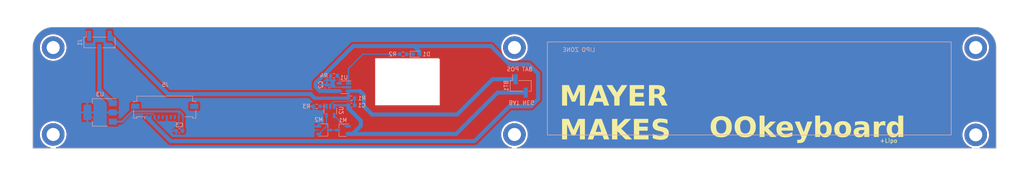
<source format=kicad_pcb>
(kicad_pcb (version 20221018) (generator pcbnew)
  (layers (0 "F.Cu" signal) (31 "B.Cu" signal) (34 "B.Paste" user) (35 "F.Paste" user) (36 "B.SilkS" user "B.Silkscreen") (37 "F.SilkS" user "F.Silkscreen") (38 "B.Mask" user) (39 "F.Mask" user) (44 "Edge.Cuts" user))
  (net 0 "")
  (net 1 "Net-(BT1-+)")
  (net 2 "/bat-")
  (net 3 "Net-(U2-VDD)")
  (net 4 "GND")
  (net 5 "+3V3")
  (net 6 "Net-(D1-K)")
  (net 8 "HV_CHR")
  (net 9 "/D-")
  (net 10 "/D+")
  (net 11 "/TX")
  (net 12 "/RX")
  (net 13 "/VBUS")
  (net 14 "/DO")
  (net 15 "Net-(M1-D)")
  (net 16 "/CO")
  (net 17 "Net-(U1-STAT)")
  (net 18 "Net-(U2-VM)")
  (net 19 "Net-(U1-PROG)")
  (footprint "MountingHole:MountingHole_3.2mm_M3_DIN965_Pad" (layer "F.Cu") (at 267.945001 27.564999)
    (fp_text reference "H5" hide)
    (fp_text value "MountingHole_Pad")
    (pad "1" thru_hole circle (at 0 0) (size 5.6 5.6) (drill 3.2) (layers "*.Cu" "*.Mask") (net 4 "GND"))
  )
  (footprint "MountingHole:MountingHole_3.2mm_M3_DIN965_Pad" (layer "F.Cu") (at 39.345001 49.154999)
    (fp_text reference "H2" hide)
    (fp_text value "MountingHole_Pad")
    (pad "1" thru_hole circle (at 0 0) (size 5.6 5.6) (drill 3.2) (layers "*.Cu" "*.Mask") (net 4 "GND"))
  )
  (footprint "" (layer "F.Cu") (at 153.645001 49.154999)
    (fp_text reference "" (at 0 0) (layer "F.SilkS") (effects (font (size 1.27 1.27))))
    (fp_text value "" (at 0 0) (layer "F.SilkS") (effects (font (size 1.27 1.27))))
    (pad "1" thru_hole circle locked (at 0 0) (size 5.6 5.6) (drill 3.2) (layers "*.Cu" "*.Mask"))
  )
  (footprint "MountingHole:MountingHole_3.2mm_M3_DIN965_Pad" (layer "F.Cu") (at 153.645001 49.154999)
    (fp_text reference "H4" hide)
    (fp_text value "MountingHole_Pad")
    (pad "1" thru_hole circle (at 0 0) (size 5.6 5.6) (drill 3.2) (layers "*.Cu" "*.Mask") (net 4 "GND"))
  )
  (footprint "" (layer "F.Cu") (at 39.345001 27.564999)
    (fp_text reference "" (at 0 0) (layer "F.SilkS") (effects (font (size 1.27 1.27))))
    (fp_text value "" (at 0 0) (layer "F.SilkS") (effects (font (size 1.27 1.27))))
    (pad "1" thru_hole circle locked (at 0 0) (size 5.6 5.6) (drill 3.2) (layers "*.Cu" "*.Mask"))
  )
  (footprint "" (layer "F.Cu") (at 267.945001 27.564999)
    (fp_text reference "" (at 0 0) (layer "F.SilkS") (effects (font (size 1.27 1.27))))
    (fp_text value "" (at 0 0) (layer "F.SilkS") (effects (font (size 1.27 1.27))))
    (pad "1" thru_hole circle locked (at 0 0) (size 5.6 5.6) (drill 3.2) (layers "*.Cu" "*.Mask"))
  )
  (footprint "MountingHole:MountingHole_3.2mm_M3_DIN965_Pad" (layer "F.Cu") (at 39.345001 27.564999)
    (fp_text reference "H1" hide)
    (fp_text value "MountingHole_Pad")
    (pad "1" thru_hole circle (at 0 0) (size 5.6 5.6) (drill 3.2) (layers "*.Cu" "*.Mask") (net 4 "GND"))
  )
  (footprint "MountingHole:MountingHole_3.2mm_M3_DIN965_Pad" (layer "F.Cu") (at 267.945001 49.249999)
    (fp_text reference "H6" hide)
    (fp_text value "MountingHole_Pad")
    (pad "1" thru_hole circle (at 0 0) (size 5.6 5.6) (drill 3.2) (layers "*.Cu" "*.Mask") (net 4 "GND"))
  )
  (footprint "MountingHole:MountingHole_3.2mm_M3_DIN965_Pad" (layer "F.Cu") (at 153.645001 27.564999)
    (fp_text reference "H3" hide)
    (fp_text value "MountingHole_Pad")
    (pad "1" thru_hole circle (at 0 0) (size 5.6 5.6) (drill 3.2) (layers "*.Cu" "*.Mask") (net 4 "GND"))
  )
  (footprint "" (layer "F.Cu") (at 39.345001 49.154999)
    (fp_text reference "" (at 0 0) (layer "F.SilkS") (effects (font (size 1.27 1.27))))
    (fp_text value "" (at 0 0) (layer "F.SilkS") (effects (font (size 1.27 1.27))))
    (pad "1" thru_hole circle locked (at 0 0) (size 5.6 5.6) (drill 3.2) (layers "*.Cu" "*.Mask"))
  )
  (footprint "" (layer "F.Cu") (at 267.945001 49.249999)
    (fp_text reference "" (at 0 0) (layer "F.SilkS") (effects (font (size 1.27 1.27))))
    (fp_text value "" (at 0 0) (layer "F.SilkS") (effects (font (size 1.27 1.27))))
    (pad "1" thru_hole circle locked (at 0 0) (size 5.6 5.6) (drill 3.2) (layers "*.Cu" "*.Mask"))
  )
  (footprint "" (layer "F.Cu") (at 153.645001 27.564999)
    (fp_text reference "" (at 0 0) (layer "F.SilkS") (effects (font (size 1.27 1.27))))
    (fp_text value "" (at 0 0) (layer "F.SilkS") (effects (font (size 1.27 1.27))))
    (pad "1" thru_hole circle locked (at 0 0) (size 5.6 5.6) (drill 3.2) (layers "*.Cu" "*.Mask"))
  )
  (footprint "Connector_FFC-FPC:Molex_200528-0100_1x10-1MP_P1.00mm_Horizontal" (layer "B.Cu") (at 66.99 43.94)
    (fp_text reference "J5" (at 0.14 -7.17) (layer "B.SilkS") (effects (justify mirror)))
    (fp_text value "10x1mm FFC/FPC")
    (fp_line (start -7.71 -3) (end -6.91 -3) (stroke (width 0.12)) (layer "B.SilkS"))
    (fp_line (start -7.71 -2.7) (end -7.71 -3) (stroke (width 0.12)) (layer "B.SilkS"))
    (fp_line (start -7.71 1.17) (end -7.71 -0.88) (stroke (width 0.12)) (layer "B.SilkS"))
    (fp_line (start -6.94 0.82) (end -6.94 1.17) (stroke (width 0.12)) (layer "B.SilkS"))
    (fp_line (start -6.94 1.17) (end -7.71 1.17) (stroke (width 0.12)) (layer "B.SilkS"))
    (fp_line (start -6.91 -4.3) (end 6.91 -4.3) (stroke (width 0.12)) (layer "B.SilkS"))
    (fp_line (start -6.91 -3) (end -6.91 -4.3) (stroke (width 0.12)) (layer "B.SilkS"))
    (fp_line (start -4.96 0.82) (end -6.94 0.82) (stroke (width 0.12)) (layer "B.SilkS"))
    (fp_line (start -4.96 1.41) (end -4.96 0.82) (stroke (width 0.12)) (layer "B.SilkS"))
    (fp_line (start 6.91 -4.3) (end 6.91 -3) (stroke (width 0.12)) (layer "B.SilkS"))
    (fp_line (start 6.91 -3) (end 7.71 -3) (stroke (width 0.12)) (layer "B.SilkS"))
    (fp_line (start 6.94 0.82) (end 4.96 0.82) (stroke (width 0.12)) (layer "B.SilkS"))
    (fp_line (start 6.94 1.17) (end 6.94 0.82) (stroke (width 0.12)) (layer "B.SilkS"))
    (fp_line (start 7.71 -3) (end 7.71 -2.7) (stroke (width 0.12)) (layer "B.SilkS"))
    (fp_line (start 7.71 -0.88) (end 7.71 1.17) (stroke (width 0.12)) (layer "B.SilkS"))
    (fp_line (start 7.71 1.17) (end 6.94 1.17) (stroke (width 0.12)) (layer "B.SilkS"))
    (pad "1" smd rect (at -4.5 0.91) (size 0.4 1) (layers "B.Cu" "B.Paste" "B.Mask") (net 13 "/VBUS"))
    (pad "2" smd rect (at -3.5 0.91) (size 0.4 1) (layers "B.Cu" "B.Paste" "B.Mask") (net 13 "/VBUS"))
    (pad "3" smd rect (at -2.5 0.91) (size 0.4 1) (layers "B.Cu" "B.Paste" "B.Mask") (net 4 "GND"))
    (pad "4" smd rect (at -1.5 0.91) (size 0.4 1) (layers "B.Cu" "B.Paste" "B.Mask") (net 12 "/RX"))
    (pad "5" smd rect (at -0.5 0.91) (size 0.4 1) (layers "B.Cu" "B.Paste" "B.Mask") (net 11 "/TX"))
    (pad "6" smd rect (at 0.5 0.91) (size 0.4 1) (layers "B.Cu" "B.Paste" "B.Mask") (net 4 "GND"))
    (pad "7" smd rect (at 1.5 0.91) (size 0.4 1) (layers "B.Cu" "B.Paste" "B.Mask") (net 10 "/D+"))
    (pad "8" smd rect (at 2.5 0.91) (size 0.4 1) (layers "B.Cu" "B.Paste" "B.Mask") (net 9 "/D-"))
    (pad "9" smd rect (at 3.5 0.91) (size 0.4 1) (layers "B.Cu" "B.Paste" "B.Mask") (net 5 "+3V3"))
    (pad "10" smd rect (at 4.5 0.91) (size 0.4 1) (layers "B.Cu" "B.Paste" "B.Mask") (net 5 "+3V3"))
    (pad "MP" smd rect (at -7.3 -1.79) (size 2 1.3) (layers "B.Cu" "B.Paste" "B.Mask"))
    (pad "MP" smd rect (at 7.3 -1.79) (size 2 1.3) (layers "B.Cu" "B.Paste" "B.Mask"))
  )
  (footprint "Resistor_SMD:R_0603_1608Metric" (layer "B.Cu") (at 104.648 42.164 180)
    (fp_text reference "R3" (at 2.54 0) (layer "B.SilkS") (effects (justify mirror)))
    (fp_text value "2k7")
    (fp_line (start -0.237258 -0.5225) (end 0.237258 -0.5225) (stroke (width 0.12)) (layer "B.SilkS"))
    (fp_line (start -0.237258 0.5225) (end 0.237258 0.5225) (stroke (width 0.12)) (layer "B.SilkS"))
    (pad "1" smd roundrect (at -0.825 0 180) (size 0.8 0.95) (layers "B.Cu" "B.Paste" "B.Mask") (net 18 "Net-(U2-VM)"))
    (pad "2" smd roundrect (at 0.825 0 180) (size 0.8 0.95) (layers "B.Cu" "B.Paste" "B.Mask") (net 4 "GND"))
  )
  (footprint "Package_TO_SOT_SMD:SOT-23-5" (layer "B.Cu") (at 111.3845 37.415 180)
    (fp_text reference "U1" (at 0 2.4) (layer "B.SilkS") (effects (justify mirror)))
    (fp_text value "MCP73831-2-OT")
    (fp_line (start 0 -1.56) (end -0.8 -1.56) (stroke (width 0.12)) (layer "B.SilkS"))
    (fp_line (start 0 -1.56) (end 0.8 -1.56) (stroke (width 0.12)) (layer "B.SilkS"))
    (fp_line (start 0 1.56) (end -1.8 1.56) (stroke (width 0.12)) (layer "B.SilkS"))
    (fp_line (start 0 1.56) (end 0.8 1.56) (stroke (width 0.12)) (layer "B.SilkS"))
    (pad "1" smd roundrect (at -1.1375 0.95 180) (size 1.325 0.6) (layers "B.Cu" "B.Paste" "B.Mask") (net 17 "Net-(U1-STAT)"))
    (pad "2" smd roundrect (at -1.1375 0 180) (size 1.325 0.6) (layers "B.Cu" "B.Paste" "B.Mask") (net 4 "GND"))
    (pad "3" smd roundrect (at -1.1375 -0.95 180) (size 1.325 0.6) (layers "B.Cu" "B.Paste" "B.Mask") (net 1 "Net-(BT1-+)"))
    (pad "4" smd roundrect (at 1.1375 -0.95 180) (size 1.325 0.6) (layers "B.Cu" "B.Paste" "B.Mask") (net 13 "/VBUS"))
    (pad "5" smd roundrect (at 1.1375 0.95 180) (size 1.325 0.6) (layers "B.Cu" "B.Paste" "B.Mask") (net 19 "Net-(U1-PROG)"))
  )
  (footprint "Package_TO_SOT_SMD:SOT-23-5" (layer "B.Cu") (at 108.016 43.3125 -90)
    (fp_text reference "U2" (at -0.1325 -2.728 90) (layer "B.SilkS") (effects (justify mirror)))
    (fp_text value "AP9101CK")
    (fp_line (start 0 -1.56) (end -0.8 -1.56) (stroke (width 0.12)) (layer "B.SilkS"))
    (fp_line (start 0 -1.56) (end 0.8 -1.56) (stroke (width 0.12)) (layer "B.SilkS"))
    (fp_line (start 0 1.56) (end -1.8 1.56) (stroke (width 0.12)) (layer "B.SilkS"))
    (fp_line (start 0 1.56) (end 0.8 1.56) (stroke (width 0.12)) (layer "B.SilkS"))
    (pad "1" smd roundrect (at -1.1375 0.95 270) (size 1.325 0.6) (layers "B.Cu" "B.Paste" "B.Mask") (net 18 "Net-(U2-VM)"))
    (pad "2" smd roundrect (at -1.1375 0 270) (size 1.325 0.6) (layers "B.Cu" "B.Paste" "B.Mask") (net 3 "Net-(U2-VDD)"))
    (pad "3" smd roundrect (at -1.1375 -0.95 270) (size 1.325 0.6) (layers "B.Cu" "B.Paste" "B.Mask") (net 2 "/bat-"))
    (pad "4" smd roundrect (at 1.1375 -0.95 270) (size 1.325 0.6) (layers "B.Cu" "B.Paste" "B.Mask") (net 14 "/DO"))
    (pad "5" smd roundrect (at 1.1375 0.95 270) (size 1.325 0.6) (layers "B.Cu" "B.Paste" "B.Mask") (net 16 "/CO"))
  )
  (footprint "Resistor_SMD:R_0603_1608Metric" (layer "B.Cu") (at 113.221 40.143 180)
    (fp_text reference "R1" (at -2.603 0) (layer "B.SilkS") (effects (justify mirror)))
    (fp_text value "330")
    (fp_line (start -0.237258 -0.5225) (end 0.237258 -0.5225) (stroke (width 0.12)) (layer "B.SilkS"))
    (fp_line (start -0.237258 0.5225) (end 0.237258 0.5225) (stroke (width 0.12)) (layer "B.SilkS"))
    (pad "1" smd roundrect (at -0.825 0 180) (size 0.8 0.95) (layers "B.Cu" "B.Paste" "B.Mask") (net 3 "Net-(U2-VDD)"))
    (pad "2" smd roundrect (at 0.825 0 180) (size 0.8 0.95) (layers "B.Cu" "B.Paste" "B.Mask") (net 1 "Net-(BT1-+)"))
  )
  (footprint "Capacitor_SMD:C_0603_1608Metric" (layer "B.Cu") (at 70.612 48.26 180)
    (fp_text reference "C3" (at 0 1.43) (layer "B.SilkS") (effects (justify mirror)))
    (fp_text value "0.1uF")
    (fp_line (start -0.14058 -0.51) (end 0.14058 -0.51) (stroke (width 0.12)) (layer "B.SilkS"))
    (fp_line (start -0.14058 0.51) (end 0.14058 0.51) (stroke (width 0.12)) (layer "B.SilkS"))
    (pad "1" smd roundrect (at -0.775 0 180) (size 0.9 0.95) (layers "B.Cu" "B.Paste" "B.Mask") (net 5 "+3V3"))
    (pad "2" smd roundrect (at 0.775 0 180) (size 0.9 0.95) (layers "B.Cu" "B.Paste" "B.Mask") (net 4 "GND"))
  )
  (footprint "Package_TO_SOT_SMD:TSOT-23" (layer "B.Cu") (at 111.118 48.071998 180)
    (fp_text reference "M1" (at 0 2.45) (layer "B.SilkS") (effects (justify mirror)))
    (fp_text value "DMG6968U-7_single")
    (fp_line (start 0.93 1.51) (end -1.5 1.51) (stroke (width 0.12)) (layer "B.SilkS"))
    (fp_line (start 0.95 -1.55) (end -0.9 -1.55) (stroke (width 0.12)) (layer "B.SilkS"))
    (fp_line (start 0.95 -0.5) (end 0.95 -1.55) (stroke (width 0.12)) (layer "B.SilkS"))
    (fp_line (start 0.95 1.5) (end 0.95 0.5) (stroke (width 0.12)) (layer "B.SilkS"))
    (pad "1" smd rect (at -1.31 0.95 180) (size 1.22 0.65) (layers "B.Cu" "B.Paste" "B.Mask") (net 14 "/DO"))
    (pad "2" smd rect (at -1.31 -0.95 180) (size 1.22 0.65) (layers "B.Cu" "B.Paste" "B.Mask") (net 2 "/bat-"))
    (pad "3" smd rect (at 1.31 0 180) (size 1.22 0.65) (layers "B.Cu" "B.Paste" "B.Mask") (net 15 "Net-(M1-D)"))
  )
  (footprint "LED_SMD:LED_0603_1608Metric" (layer "B.Cu") (at 129.311499 29.21)
    (fp_text reference "D1" (at 2.514501 0) (layer "B.SilkS") (effects (justify mirror)))
    (fp_text value "LED")
    (fp_line (start -1.485 -0.735) (end 0.8 -0.735) (stroke (width 0.12)) (layer "B.SilkS"))
    (fp_line (start -1.485 0.735) (end -1.485 -0.735) (stroke (width 0.12)) (layer "B.SilkS"))
    (fp_line (start 0.8 0.735) (end -1.485 0.735) (stroke (width 0.12)) (layer "B.SilkS"))
    (pad "1" smd roundrect (at -0.7875 0) (size 0.875 0.95) (layers "B.Cu" "B.Paste" "B.Mask") (net 6 "Net-(D1-K)"))
    (pad "2" smd roundrect (at 0.7875 0) (size 0.875 0.95) (layers "B.Cu" "B.Paste" "B.Mask") (net 13 "/VBUS"))
  )
  (footprint "Resistor_SMD:R_0603_1608Metric" (layer "B.Cu") (at 126.047 29.21)
    (fp_text reference "R2" (at -2.603 0) (layer "B.SilkS") (effects (justify mirror)))
    (fp_text value "150")
    (fp_line (start -0.237258 -0.5225) (end 0.237258 -0.5225) (stroke (width 0.12)) (layer "B.SilkS"))
    (fp_line (start -0.237258 0.5225) (end 0.237258 0.5225) (stroke (width 0.12)) (layer "B.SilkS"))
    (pad "1" smd roundrect (at -0.825 0) (size 0.8 0.95) (layers "B.Cu" "B.Paste" "B.Mask") (net 17 "Net-(U1-STAT)"))
    (pad "2" smd roundrect (at 0.825 0) (size 0.8 0.95) (layers "B.Cu" "B.Paste" "B.Mask") (net 6 "Net-(D1-K)"))
  )
  (footprint "Package_TO_SOT_SMD:SOT-223-3_TabPin2" (layer "B.Cu") (at 50.952 43.674 180)
    (fp_text reference "U3" (at 0 4.5) (layer "B.SilkS") (effects (justify mirror)))
    (fp_text value "MCP1825S")
    (fp_line (start -4.1 3.41) (end 1.91 3.41) (stroke (width 0.12)) (layer "B.SilkS"))
    (fp_line (start -1.85 -3.41) (end 1.91 -3.41) (stroke (width 0.12)) (layer "B.SilkS"))
    (fp_line (start 1.91 -3.41) (end 1.91 -2.15) (stroke (width 0.12)) (layer "B.SilkS"))
    (fp_line (start 1.91 3.41) (end 1.91 2.15) (stroke (width 0.12)) (layer "B.SilkS"))
    (pad "1" smd rect (at -3.15 2.3 180) (size 2 1.5) (layers "B.Cu" "B.Paste" "B.Mask") (net 8 "HV_CHR"))
    (pad "2" smd rect (at -3.15 0 180) (size 2 1.5) (layers "B.Cu" "B.Paste" "B.Mask") (net 4 "GND"))
    (pad "2" smd rect (at 3.15 0 180) (size 2 3.8) (layers "B.Cu" "B.Paste" "B.Mask") (net 4 "GND"))
    (pad "3" smd rect (at -3.15 -2.3 180) (size 2 1.5) (layers "B.Cu" "B.Paste" "B.Mask") (net 5 "+3V3"))
  )
  (footprint "Package_TO_SOT_SMD:TSOT-23" (layer "B.Cu") (at 106.466 48.072001)
    (fp_text reference "M2" (at -1.31 -2.606) (layer "B.SilkS") (effects (justify mirror)))
    (fp_text value "DMG6968U-7_single")
    (fp_line (start 0.93 1.51) (end -1.5 1.51) (stroke (width 0.12)) (layer "B.SilkS"))
    (fp_line (start 0.95 -1.55) (end -0.9 -1.55) (stroke (width 0.12)) (layer "B.SilkS"))
    (fp_line (start 0.95 -0.5) (end 0.95 -1.55) (stroke (width 0.12)) (layer "B.SilkS"))
    (fp_line (start 0.95 1.5) (end 0.95 0.5) (stroke (width 0.12)) (layer "B.SilkS"))
    (pad "1" smd rect (at -1.31 0.95) (size 1.22 0.65) (layers "B.Cu" "B.Paste" "B.Mask") (net 16 "/CO"))
    (pad "2" smd rect (at -1.31 -0.95) (size 1.22 0.65) (layers "B.Cu" "B.Paste" "B.Mask") (net 4 "GND"))
    (pad "3" smd rect (at 1.31 0) (size 1.22 0.65) (layers "B.Cu" "B.Paste" "B.Mask") (net 15 "Net-(M1-D)"))
  )
  (footprint "Resistor_SMD:R_0603_1608Metric" (layer "B.Cu") (at 108.903 34.555)
    (fp_text reference "R4" (at -2.477 0) (layer "B.SilkS") (effects (justify mirror)))
    (fp_text value "10k/2k")
    (fp_line (start -0.237258 -0.5225) (end 0.237258 -0.5225) (stroke (width 0.12)) (layer "B.SilkS"))
    (fp_line (start -0.237258 0.5225) (end 0.237258 0.5225) (stroke (width 0.12)) (layer "B.SilkS"))
    (pad "1" smd roundrect (at -0.825 0) (size 0.8 0.95) (layers "B.Cu" "B.Paste" "B.Mask") (net 4 "GND"))
    (pad "2" smd roundrect (at 0.825 0) (size 0.8 0.95) (layers "B.Cu" "B.Paste" "B.Mask") (net 19 "Net-(U1-PROG)"))
  )
  (footprint "Connector_PinHeader_2.54mm:PinHeader_1x03_P2.54mm_Vertical_SMD_Pin1Left" (layer "B.Cu") (at 50.8 26.293 -90)
    (fp_text reference "J1" (at 0 4.87 90) (layer "B.SilkS") (effects (justify mirror)))
    (fp_text value "power Switch")
    (fp_line (start -1.33 -3.87) (end 1.33 -3.87) (stroke (width 0.12)) (layer "B.SilkS"))
    (fp_line (start -1.33 1.78) (end -1.33 -1.78) (stroke (width 0.12)) (layer "B.SilkS"))
    (fp_line (start -1.33 3.3) (end -2.85 3.3) (stroke (width 0.12)) (layer "B.SilkS"))
    (fp_line (start -1.33 3.87) (end -1.33 3.3) (stroke (width 0.12)) (layer "B.SilkS"))
    (fp_line (start -1.33 3.87) (end 1.33 3.87) (stroke (width 0.12)) (layer "B.SilkS"))
    (fp_line (start 1.33 -3.3) (end 1.33 -3.87) (stroke (width 0.12)) (layer "B.SilkS"))
    (fp_line (start 1.33 -0.76) (end 1.33 -3.87) (stroke (width 0.12)) (layer "B.SilkS"))
    (fp_line (start 1.33 3.87) (end 1.33 0.76) (stroke (width 0.12)) (layer "B.SilkS"))
    (pad "1" smd rect (at -1.655 2.54 270) (size 2.51 1) (layers "B.Cu" "B.Paste" "B.Mask"))
    (pad "2" smd rect (at 1.655 0 270) (size 2.51 1) (layers "B.Cu" "B.Paste" "B.Mask") (net 8 "HV_CHR"))
    (pad "3" smd rect (at -1.655 -2.54 270) (size 2.51 1) (layers "B.Cu" "B.Paste" "B.Mask") (net 1 "Net-(BT1-+)"))
  )
  (footprint "Capacitor_SMD:C_0603_1608Metric" (layer "B.Cu") (at 113.271 41.91 180)
    (fp_text reference "C1" (at -2.527 0) (layer "B.SilkS") (effects (justify mirror)))
    (fp_text value "0.1uF")
    (fp_line (start -0.14058 -0.51) (end 0.14058 -0.51) (stroke (width 0.12)) (layer "B.SilkS"))
    (fp_line (start -0.14058 0.51) (end 0.14058 0.51) (stroke (width 0.12)) (layer "B.SilkS"))
    (pad "1" smd roundrect (at -0.775 0 180) (size 0.9 0.95) (layers "B.Cu" "B.Paste" "B.Mask") (net 3 "Net-(U2-VDD)"))
    (pad "2" smd roundrect (at 0.775 0 180) (size 0.9 0.95) (layers "B.Cu" "B.Paste" "B.Mask") (net 2 "/bat-"))
  )
  (footprint "Capacitor_SMD:C_0603_1608Metric" (layer "B.Cu") (at 107.188 37.589999 90)
    (fp_text reference "C2" (at 0.759999 -1.524 90) (layer "B.SilkS") (effects (justify mirror)))
    (fp_text value "4,7uF")
    (fp_line (start -0.14058 -0.51) (end 0.14058 -0.51) (stroke (width 0.12)) (layer "B.SilkS"))
    (fp_line (start -0.14058 0.51) (end 0.14058 0.51) (stroke (width 0.12)) (layer "B.SilkS"))
    (pad "1" smd roundrect (at -0.775 0 90) (size 0.9 0.95) (layers "B.Cu" "B.Paste" "B.Mask") (net 13 "/VBUS"))
    (pad "2" smd roundrect (at 0.775 0 90) (size 0.9 0.95) (layers "B.Cu" "B.Paste" "B.Mask") (net 4 "GND"))
  )
  (footprint "Connector_PinHeader_2.54mm:PinHeader_1x02_P2.54mm_Vertical_SMD_Pin1Left" (layer "B.Cu") (at 155.194 37.084 -90)
    (fp_text reference "BT1" (at 0 3.6 90) (layer "B.SilkS") (effects (justify mirror)))
    (fp_text value "LIPO")
    (fp_line (start -1.33 -2.6) (end 1.33 -2.6) (stroke (width 0.12)) (layer "B.SilkS"))
    (fp_line (start -1.33 0.51) (end -1.33 -2.6) (stroke (width 0.12)) (layer "B.SilkS"))
    (fp_line (start -1.33 2.03) (end -2.85 2.03) (stroke (width 0.12)) (layer "B.SilkS"))
    (fp_line (start -1.33 2.6) (end -1.33 2.03) (stroke (width 0.12)) (layer "B.SilkS"))
    (fp_line (start -1.33 2.6) (end 1.33 2.6) (stroke (width 0.12)) (layer "B.SilkS"))
    (fp_line (start 1.33 -2.03) (end 1.33 -2.6) (stroke (width 0.12)) (layer "B.SilkS"))
    (fp_line (start 1.33 2.6) (end 1.33 -0.51) (stroke (width 0.12)) (layer "B.SilkS"))
    (pad "1" smd rect (at -1.655 1.27 270) (size 2.51 1) (layers "B.Cu" "B.Paste" "B.Mask") (net 1 "Net-(BT1-+)"))
    (pad "2" smd rect (at 1.655 -1.27 270) (size 2.51 1) (layers "B.Cu" "B.Paste" "B.Mask") (net 2 "/bat-"))
  )
  (gr_rect (start 161.798 26.162) (end 261.874 49.276) (stroke (width 0.15)) (fill none) (layer "B.SilkS"))
  (gr_arc (start 267.945001 22.484999) (mid 271.537103 23.972897) (end 273.025001 27.564999) (stroke (width 0.1)) (layer "Edge.Cuts"))
  (gr_line (start 273.025001 52.61) (end 34.265001 52.61) (stroke (width 0.1)) (layer "Edge.Cuts"))
  (gr_line (start 34.265001 52.61) (end 34.26 27.560004) (stroke (width 0.1)) (layer "Edge.Cuts"))
  (gr_arc (start 34.26 27.560004) (mid 35.752891 23.970825) (end 39.345001 22.484999) (stroke (width 0.1)) (layer "Edge.Cuts"))
  (gr_line (start 273.025001 27.564999) (end 273.025001 52.61) (stroke (width 0.1)) (layer "Edge.Cuts"))
  (gr_line (start 39.345001 22.484999) (end 267.945001 22.484999) (stroke (width 0.1)) (layer "Edge.Cuts"))
  (gr_text "LIPO ZONE" (at 173.736 28.702) (layer "B.SilkS") (effects (font (size 1 1)) (justify left bottom mirror)))
  (gr_text "BAT NEG" (at 152.146 40.64 180) (layer "B.SilkS") (effects (font (size 1 1)) (justify left bottom mirror)))
  (gr_text "BAT POS" (at 158.242 33.528) (layer "B.SilkS") (effects (font (size 1 1)) (justify left bottom mirror)))
  (gr_text "+Lipo" (at 244.094 51.294999) (layer "F.SilkS") (effects (font (size 1 1)) (justify left bottom)))
  (gr_text "MAYER\nMAKES" (at 164.795001 51.234999) (layer "F.SilkS") (effects (font (size 5 5) (thickness 0.3) bold) (justify left bottom)))
  (gr_text "OOkeyboard" (at 201.905001 50.624999) (layer "F.SilkS") (effects (font (size 5 5)) (justify left bottom)))
  (segment (start 67.865998 39.116) (end 67.841999 39.139999) (width 0.25) (layer "B.Cu") (net 1))
  (segment (start 148.213 35.429) (end 139.446 44.196) (width 1) (layer "B.Cu") (net 1))
  (segment (start 153.924 35.429) (end 148.213 35.429) (width 1) (layer "B.Cu") (net 1))
  (segment (start 112.522 38.365) (end 112.522 40.017) (width 0.8) (layer "B.Cu") (net 1))
  (segment (start 118.364 44.196) (end 116.332 42.164) (width 1) (layer "B.Cu") (net 1))
  (segment (start 103.124 39.116) (end 104.151 40.143) (width 1) (layer "B.Cu") (net 1))
  (segment (start 112.522 40.017) (end 112.396 40.143) (width 0.25) (layer "B.Cu") (net 1))
  (segment (start 53.34 24.638) (end 67.841999 39.139999) (width 1) (layer "B.Cu") (net 1))
  (segment (start 115.316 38.354) (end 112.533 38.354) (width 0.8) (layer "B.Cu") (net 1))
  (segment (start 112.533 38.354) (end 112.522 38.365) (width 0.25) (layer "B.Cu") (net 1))
  (segment (start 116.332 39.37) (end 115.316 38.354) (width 1) (layer "B.Cu") (net 1))
  (segment (start 103.124 39.116) (end 67.865998 39.116) (width 1) (layer "B.Cu") (net 1))
  (segment (start 116.332 42.164) (end 116.332 39.37) (width 1) (layer "B.Cu") (net 1))
  (segment (start 104.151 40.143) (end 112.396 40.143) (width 0.8) (layer "B.Cu") (net 1))
  (segment (start 139.446 44.196) (end 118.364 44.196) (width 1) (layer "B.Cu") (net 1))
  (segment (start 115.57 46.99) (end 115.57 45.72) (width 1) (layer "B.Cu") (net 2))
  (segment (start 115.57 45.72) (end 112.496 42.646) (width 1) (layer "B.Cu") (net 2))
  (segment (start 112.428 49.021998) (end 113.538002 49.021998) (width 1) (layer "B.Cu") (net 2))
  (segment (start 139.192002 49.021998) (end 112.428 49.021998) (width 1) (layer "B.Cu") (net 2))
  (segment (start 113.538002 49.021998) (end 115.57 46.99) (width 1) (layer "B.Cu") (net 2))
  (segment (start 149.475 38.739) (end 139.192002 49.021998) (width 1) (layer "B.Cu") (net 2))
  (segment (start 112.496 41.91) (end 109.231 41.91) (width 0.5) (layer "B.Cu") (net 2))
  (segment (start 156.464 38.739) (end 149.475 38.739) (width 1) (layer "B.Cu") (net 2))
  (segment (start 112.496 42.646) (end 112.496 41.91) (width 1) (layer "B.Cu") (net 2))
  (segment (start 108.863749 40.943) (end 113.246 40.943) (width 0.25) (layer "B.Cu") (net 3))
  (segment (start 108.016 41.790749) (end 108.863749 40.943) (width 0.25) (layer "B.Cu") (net 3))
  (segment (start 108.016 42.175) (end 108.016 41.790749) (width 0.25) (layer "B.Cu") (net 3))
  (segment (start 113.246 40.943) (end 114.046 40.143) (width 0.25) (layer "B.Cu") (net 3))
  (segment (start 114.046 40.143) (end 114.046 41.91) (width 0.25) (layer "B.Cu") (net 3))
  (segment (start 67.49 45.913) (end 69.837 48.26) (width 0.25) (layer "B.Cu") (net 4))
  (segment (start 64.49 44.85) (end 64.49 45.15) (width 0.25) (layer "B.Cu") (net 4))
  (segment (start 55.169172 48.006) (end 52.134 48.006) (width 0.25) (layer "B.Cu") (net 4))
  (segment (start 103.823 42.164) (end 105.156 43.497) (width 0.25) (layer "B.Cu") (net 4))
  (segment (start 64.49 45.15) (end 67.6 48.26) (width 0.25) (layer "B.Cu") (net 4))
  (segment (start 64.49 44.85) (end 64.49 44.55) (width 0.25) (layer "B.Cu") (net 4))
  (segment (start 107.788001 37.415) (end 107.188 36.814999) (width 0.25) (layer "B.Cu") (net 4))
  (segment (start 112.522 37.415) (end 107.788001 37.415) (width 0.25) (layer "B.Cu") (net 4))
  (segment (start 54.102 43.674) (end 47.802 43.674) (width 0.25) (layer "B.Cu") (net 4))
  (segment (start 63.949 44.009) (end 59.166172 44.009) (width 0.25) (layer "B.Cu") (net 4))
  (segment (start 105.156 43.497) (end 105.156 47.122001) (width 0.25) (layer "B.Cu") (net 4))
  (segment (start 59.166172 44.009) (end 55.169172 48.006) (width 0.25) (layer "B.Cu") (net 4))
  (segment (start 52.134 48.006) (end 47.802 43.674) (width 0.25) (layer "B.Cu") (net 4))
  (segment (start 67.49 44.85) (end 67.49 45.913) (width 0.25) (layer "B.Cu") (net 4))
  (segment (start 107.188 35.445) (end 108.078 34.555) (width 0.25) (layer "B.Cu") (net 4))
  (segment (start 107.188 36.814999) (end 107.188 35.445) (width 0.25) (layer "B.Cu") (net 4))
  (segment (start 67.6 48.26) (end 69.837 48.26) (width 0.25) (layer "B.Cu") (net 4))
  (segment (start 64.49 44.55) (end 63.949 44.009) (width 0.25) (layer "B.Cu") (net 4))
  (segment (start 70.612 43.434) (end 71.49 44.312) (width 0.5) (layer "B.Cu") (net 5))
  (segment (start 70.49 44.85) (end 70.49 47.363) (width 0.25) (layer "B.Cu") (net 5))
  (segment (start 56.388 45.974) (end 58.928 43.434) (width 0.5) (layer "B.Cu") (net 5))
  (segment (start 70.49 43.82) (end 70.104 43.434) (width 0.25) (layer "B.Cu") (net 5))
  (segment (start 70.104 43.434) (end 70.612 43.434) (width 0.5) (layer "B.Cu") (net 5))
  (segment (start 71.49 44.312) (end 71.49 44.85) (width 0.25) (layer "B.Cu") (net 5))
  (segment (start 70.49 47.363) (end 71.387 48.26) (width 0.25) (layer "B.Cu") (net 5))
  (segment (start 70.49 44.85) (end 70.49 43.82) (width 0.25) (layer "B.Cu") (net 5))
  (segment (start 58.928 43.434) (end 70.104 43.434) (width 0.5) (layer "B.Cu") (net 5))
  (segment (start 71.49 44.85) (end 71.49 48.157) (width 0.25) (layer "B.Cu") (net 5))
  (segment (start 54.102 45.974) (end 56.388 45.974) (width 0.5) (layer "B.Cu") (net 5))
  (segment (start 71.49 48.157) (end 71.387 48.26) (width 0.25) (layer "B.Cu") (net 5))
  (segment (start 126.872 29.21) (end 128.523999 29.21) (width 0.25) (layer "B.Cu") (net 6))
  (segment (start 50.8 27.948) (end 50.8 38.072) (width 1) (layer "B.Cu") (net 8))
  (segment (start 50.8 38.072) (end 54.102 41.374) (width 1) (layer "B.Cu") (net 8))
  (segment (start 62.49 44.85) (end 68.44 50.8) (width 1) (layer "B.Cu") (net 13))
  (segment (start 127.762 27.178) (end 128.778 27.178) (width 1) (layer "B.Cu") (net 13))
  (segment (start 152.4 42.164) (end 157.734 42.164) (width 1) (layer "B.Cu") (net 13))
  (segment (start 128.778 27.178) (end 130.098999 28.498999) (width 1) (layer "B.Cu") (net 13))
  (segment (start 104.394 37.338) (end 104.394 36.322) (width 1) (layer "B.Cu") (net 13))
  (segment (start 159.512 34.036) (end 157.226 31.75) (width 1) (layer "B.Cu") (net 13))
  (segment (start 106.218792 34.497208) (end 106.388 34.497208) (width 1) (layer "B.Cu") (net 13))
  (segment (start 107.188001 38.365) (end 107.188 38.364999) (width 0.25) (layer "B.Cu") (net 13))
  (segment (start 113.707208 27.178) (end 106.388 34.497208) (width 1) (layer "B.Cu") (net 13))
  (segment (start 107.177001 38.354) (end 107.188001 38.365) (width 1) (layer "B.Cu") (net 13))
  (segment (start 105.41 38.354) (end 104.394 37.338) (width 1) (layer "B.Cu") (net 13))
  (segment (start 105.41 38.354) (end 107.177001 38.354) (width 1) (layer "B.Cu") (net 13))
  (segment (start 143.764 50.8) (end 152.4 42.164) (width 1) (layer "B.Cu") (net 13))
  (segment (start 157.734 42.164) (end 159.512 40.386) (width 1) (layer "B.Cu") (net 13))
  (segment (start 127.762 27.178) (end 113.707208 27.178) (width 1) (layer "B.Cu") (net 13))
  (segment (start 63.49 44.85) (end 62.49 44.85) (width 0.25) (layer "B.Cu") (net 13))
  (segment (start 152.4 31.75) (end 147.828 27.178) (width 1) (layer "B.Cu") (net 13))
  (segment (start 157.226 31.75) (end 152.4 31.75) (width 1) (layer "B.Cu") (net 13))
  (segment (start 147.828 27.178) (end 127.762 27.178) (width 1) (layer "B.Cu") (net 13))
  (segment (start 159.512 40.386) (end 159.512 34.036) (width 1) (layer "B.Cu") (net 13))
  (segment (start 110.247 38.365) (end 107.188001 38.365) (width 1) (layer "B.Cu") (net 13))
  (segment (start 130.098999 28.498999) (end 130.098999 29.21) (width 1) (layer "B.Cu") (net 13))
  (segment (start 68.44 50.8) (end 143.764 50.8) (width 1) (layer "B.Cu") (net 13))
  (segment (start 104.394 36.322) (end 106.218792 34.497208) (width 1) (layer "B.Cu") (net 13))
  (segment (start 111.637998 47.121998) (end 112.428 47.121998) (width 0.25) (layer "B.Cu") (net 14))
  (segment (start 108.966 44.45) (end 111.637998 47.121998) (width 0.25) (layer "B.Cu") (net 14))
  (segment (start 107.776 48.072001) (end 109.807997 48.072001) (width 0.25) (layer "B.Cu") (net 15))
  (segment (start 109.807997 48.072001) (end 109.808 48.071998) (width 0.25) (layer "B.Cu") (net 15))
  (segment (start 107.066 44.45) (end 107.066 47.112001) (width 0.25) (layer "B.Cu") (net 16))
  (segment (start 107.066 47.112001) (end 105.156 49.022001) (width 0.25) (layer "B.Cu") (net 16))
  (segment (start 112.522 32.766) (end 116.078 29.21) (width 0.25) (layer "B.Cu") (net 17))
  (segment (start 112.522 36.465) (end 112.522 32.766) (width 0.25) (layer "B.Cu") (net 17))
  (segment (start 116.078 29.21) (end 125.222 29.21) (width 0.25) (layer "B.Cu") (net 17))
  (segment (start 107.066 42.175) (end 105.484 42.175) (width 0.25) (layer "B.Cu") (net 18))
  (segment (start 105.484 42.175) (end 105.473 42.164) (width 0.25) (layer "B.Cu") (net 18))
  (segment (start 110.247 35.074) (end 109.728 34.555) (width 0.25) (layer "B.Cu") (net 19))
  (segment (start 110.247 36.465) (end 110.247 35.074) (width 0.25) (layer "B.Cu") (net 19))
  (zone (net 4) (net_name "GND") (layer "F.Cu") (connect_pads (clearance 0.5)) (min_thickness 0.25) (fill yes (thermal_gap 0.5) (thermal_bridge_width 0.5))
    (polygon (pts (xy 32.512 18.288) (xy 276.098 19.812) (xy 278.384 57.15) (xy 29.972 57.658)))
  )
  (zone (net 0) (net_name "") (layers "F&B.Cu" "*.Adhes" "*.Paste" "*.SilkS" "*.Mask" "User.2") (name "Window") (connect_pads (clearance 0)) (min_thickness 0.25)
    (keepout (tracks not_allowed) (vias not_allowed) (pads not_allowed) (copperpour not_allowed) (footprints not_allowed))
    (fill (thermal_gap 0.5) (thermal_bridge_width 0.5))
    (polygon (pts (xy 119.126 41.91) (xy 135.128 41.91) (xy 135.128 30.48) (xy 134.874 30.226) (xy 119.126 30.226)))
  )
  (zone (net 4) (net_name "GND") (layer "B.Cu") (priority 1) (connect_pads (clearance 0.5)) (min_thickness 0.25) (fill yes (thermal_gap 0.5) (thermal_bridge_width 0.5))
    (polygon (pts (xy 29.718 15.748) (xy 276.098 19.812) (xy 279.908 63.754) (xy 26.162 61.722)))
  )
)
</source>
